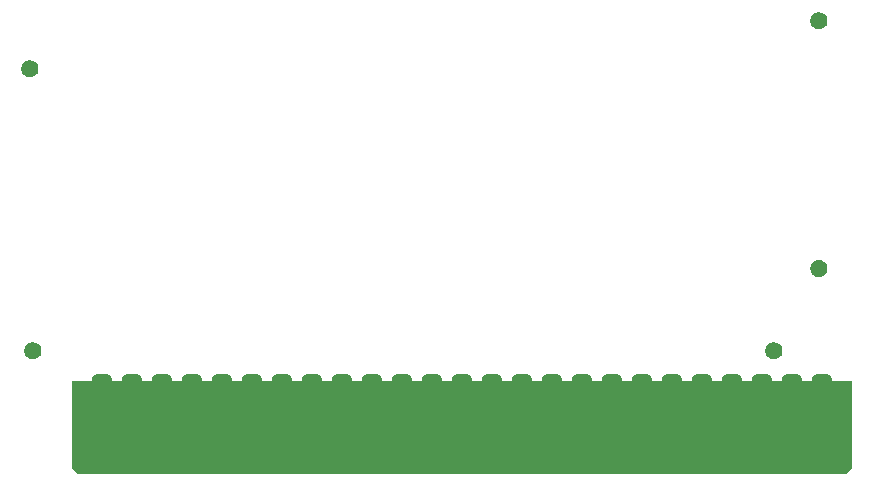
<source format=gbs>
G04 #@! TF.GenerationSoftware,KiCad,Pcbnew,(5.1.5-0-10_14)*
G04 #@! TF.CreationDate,2021-02-24T21:24:28-05:00*
G04 #@! TF.ProjectId,RAM128,52414d31-3238-42e6-9b69-6361645f7063,rev?*
G04 #@! TF.SameCoordinates,Original*
G04 #@! TF.FileFunction,Soldermask,Bot*
G04 #@! TF.FilePolarity,Negative*
%FSLAX46Y46*%
G04 Gerber Fmt 4.6, Leading zero omitted, Abs format (unit mm)*
G04 Created by KiCad (PCBNEW (5.1.5-0-10_14)) date 2021-02-24 21:24:28*
%MOMM*%
%LPD*%
G04 APERTURE LIST*
%ADD10C,0.100000*%
G04 APERTURE END LIST*
D10*
G36*
X139700000Y-139446000D02*
G01*
X139192000Y-139954000D01*
X74168000Y-139954000D01*
X73660000Y-139446000D01*
X73660000Y-132080000D01*
X139700000Y-132080000D01*
X139700000Y-139446000D01*
G37*
G36*
X137686355Y-131543544D02*
G01*
X137758967Y-131565570D01*
X137825881Y-131601336D01*
X137884531Y-131649469D01*
X137932664Y-131708119D01*
X137968430Y-131775033D01*
X137990456Y-131847645D01*
X137998200Y-131926267D01*
X137998200Y-138637733D01*
X137990456Y-138716355D01*
X137968430Y-138788967D01*
X137932664Y-138855881D01*
X137884531Y-138914531D01*
X137825881Y-138962664D01*
X137758967Y-138998430D01*
X137686355Y-139020456D01*
X137607733Y-139028200D01*
X136712267Y-139028200D01*
X136633645Y-139020456D01*
X136561033Y-138998430D01*
X136494119Y-138962664D01*
X136435469Y-138914531D01*
X136387336Y-138855881D01*
X136351570Y-138788967D01*
X136329544Y-138716355D01*
X136321800Y-138637733D01*
X136321800Y-131926267D01*
X136329544Y-131847645D01*
X136351570Y-131775033D01*
X136387336Y-131708119D01*
X136435469Y-131649469D01*
X136494119Y-131601336D01*
X136561033Y-131565570D01*
X136633645Y-131543544D01*
X136712267Y-131535800D01*
X137607733Y-131535800D01*
X137686355Y-131543544D01*
G37*
G36*
X135146355Y-131543544D02*
G01*
X135218967Y-131565570D01*
X135285881Y-131601336D01*
X135344531Y-131649469D01*
X135392664Y-131708119D01*
X135428430Y-131775033D01*
X135450456Y-131847645D01*
X135458200Y-131926267D01*
X135458200Y-138637733D01*
X135450456Y-138716355D01*
X135428430Y-138788967D01*
X135392664Y-138855881D01*
X135344531Y-138914531D01*
X135285881Y-138962664D01*
X135218967Y-138998430D01*
X135146355Y-139020456D01*
X135067733Y-139028200D01*
X134172267Y-139028200D01*
X134093645Y-139020456D01*
X134021033Y-138998430D01*
X133954119Y-138962664D01*
X133895469Y-138914531D01*
X133847336Y-138855881D01*
X133811570Y-138788967D01*
X133789544Y-138716355D01*
X133781800Y-138637733D01*
X133781800Y-131926267D01*
X133789544Y-131847645D01*
X133811570Y-131775033D01*
X133847336Y-131708119D01*
X133895469Y-131649469D01*
X133954119Y-131601336D01*
X134021033Y-131565570D01*
X134093645Y-131543544D01*
X134172267Y-131535800D01*
X135067733Y-131535800D01*
X135146355Y-131543544D01*
G37*
G36*
X132606355Y-131543544D02*
G01*
X132678967Y-131565570D01*
X132745881Y-131601336D01*
X132804531Y-131649469D01*
X132852664Y-131708119D01*
X132888430Y-131775033D01*
X132910456Y-131847645D01*
X132918200Y-131926267D01*
X132918200Y-138637733D01*
X132910456Y-138716355D01*
X132888430Y-138788967D01*
X132852664Y-138855881D01*
X132804531Y-138914531D01*
X132745881Y-138962664D01*
X132678967Y-138998430D01*
X132606355Y-139020456D01*
X132527733Y-139028200D01*
X131632267Y-139028200D01*
X131553645Y-139020456D01*
X131481033Y-138998430D01*
X131414119Y-138962664D01*
X131355469Y-138914531D01*
X131307336Y-138855881D01*
X131271570Y-138788967D01*
X131249544Y-138716355D01*
X131241800Y-138637733D01*
X131241800Y-131926267D01*
X131249544Y-131847645D01*
X131271570Y-131775033D01*
X131307336Y-131708119D01*
X131355469Y-131649469D01*
X131414119Y-131601336D01*
X131481033Y-131565570D01*
X131553645Y-131543544D01*
X131632267Y-131535800D01*
X132527733Y-131535800D01*
X132606355Y-131543544D01*
G37*
G36*
X130066355Y-131543544D02*
G01*
X130138967Y-131565570D01*
X130205881Y-131601336D01*
X130264531Y-131649469D01*
X130312664Y-131708119D01*
X130348430Y-131775033D01*
X130370456Y-131847645D01*
X130378200Y-131926267D01*
X130378200Y-138637733D01*
X130370456Y-138716355D01*
X130348430Y-138788967D01*
X130312664Y-138855881D01*
X130264531Y-138914531D01*
X130205881Y-138962664D01*
X130138967Y-138998430D01*
X130066355Y-139020456D01*
X129987733Y-139028200D01*
X129092267Y-139028200D01*
X129013645Y-139020456D01*
X128941033Y-138998430D01*
X128874119Y-138962664D01*
X128815469Y-138914531D01*
X128767336Y-138855881D01*
X128731570Y-138788967D01*
X128709544Y-138716355D01*
X128701800Y-138637733D01*
X128701800Y-131926267D01*
X128709544Y-131847645D01*
X128731570Y-131775033D01*
X128767336Y-131708119D01*
X128815469Y-131649469D01*
X128874119Y-131601336D01*
X128941033Y-131565570D01*
X129013645Y-131543544D01*
X129092267Y-131535800D01*
X129987733Y-131535800D01*
X130066355Y-131543544D01*
G37*
G36*
X127526355Y-131543544D02*
G01*
X127598967Y-131565570D01*
X127665881Y-131601336D01*
X127724531Y-131649469D01*
X127772664Y-131708119D01*
X127808430Y-131775033D01*
X127830456Y-131847645D01*
X127838200Y-131926267D01*
X127838200Y-138637733D01*
X127830456Y-138716355D01*
X127808430Y-138788967D01*
X127772664Y-138855881D01*
X127724531Y-138914531D01*
X127665881Y-138962664D01*
X127598967Y-138998430D01*
X127526355Y-139020456D01*
X127447733Y-139028200D01*
X126552267Y-139028200D01*
X126473645Y-139020456D01*
X126401033Y-138998430D01*
X126334119Y-138962664D01*
X126275469Y-138914531D01*
X126227336Y-138855881D01*
X126191570Y-138788967D01*
X126169544Y-138716355D01*
X126161800Y-138637733D01*
X126161800Y-131926267D01*
X126169544Y-131847645D01*
X126191570Y-131775033D01*
X126227336Y-131708119D01*
X126275469Y-131649469D01*
X126334119Y-131601336D01*
X126401033Y-131565570D01*
X126473645Y-131543544D01*
X126552267Y-131535800D01*
X127447733Y-131535800D01*
X127526355Y-131543544D01*
G37*
G36*
X124986355Y-131543544D02*
G01*
X125058967Y-131565570D01*
X125125881Y-131601336D01*
X125184531Y-131649469D01*
X125232664Y-131708119D01*
X125268430Y-131775033D01*
X125290456Y-131847645D01*
X125298200Y-131926267D01*
X125298200Y-138637733D01*
X125290456Y-138716355D01*
X125268430Y-138788967D01*
X125232664Y-138855881D01*
X125184531Y-138914531D01*
X125125881Y-138962664D01*
X125058967Y-138998430D01*
X124986355Y-139020456D01*
X124907733Y-139028200D01*
X124012267Y-139028200D01*
X123933645Y-139020456D01*
X123861033Y-138998430D01*
X123794119Y-138962664D01*
X123735469Y-138914531D01*
X123687336Y-138855881D01*
X123651570Y-138788967D01*
X123629544Y-138716355D01*
X123621800Y-138637733D01*
X123621800Y-131926267D01*
X123629544Y-131847645D01*
X123651570Y-131775033D01*
X123687336Y-131708119D01*
X123735469Y-131649469D01*
X123794119Y-131601336D01*
X123861033Y-131565570D01*
X123933645Y-131543544D01*
X124012267Y-131535800D01*
X124907733Y-131535800D01*
X124986355Y-131543544D01*
G37*
G36*
X122446355Y-131543544D02*
G01*
X122518967Y-131565570D01*
X122585881Y-131601336D01*
X122644531Y-131649469D01*
X122692664Y-131708119D01*
X122728430Y-131775033D01*
X122750456Y-131847645D01*
X122758200Y-131926267D01*
X122758200Y-138637733D01*
X122750456Y-138716355D01*
X122728430Y-138788967D01*
X122692664Y-138855881D01*
X122644531Y-138914531D01*
X122585881Y-138962664D01*
X122518967Y-138998430D01*
X122446355Y-139020456D01*
X122367733Y-139028200D01*
X121472267Y-139028200D01*
X121393645Y-139020456D01*
X121321033Y-138998430D01*
X121254119Y-138962664D01*
X121195469Y-138914531D01*
X121147336Y-138855881D01*
X121111570Y-138788967D01*
X121089544Y-138716355D01*
X121081800Y-138637733D01*
X121081800Y-131926267D01*
X121089544Y-131847645D01*
X121111570Y-131775033D01*
X121147336Y-131708119D01*
X121195469Y-131649469D01*
X121254119Y-131601336D01*
X121321033Y-131565570D01*
X121393645Y-131543544D01*
X121472267Y-131535800D01*
X122367733Y-131535800D01*
X122446355Y-131543544D01*
G37*
G36*
X119906355Y-131543544D02*
G01*
X119978967Y-131565570D01*
X120045881Y-131601336D01*
X120104531Y-131649469D01*
X120152664Y-131708119D01*
X120188430Y-131775033D01*
X120210456Y-131847645D01*
X120218200Y-131926267D01*
X120218200Y-138637733D01*
X120210456Y-138716355D01*
X120188430Y-138788967D01*
X120152664Y-138855881D01*
X120104531Y-138914531D01*
X120045881Y-138962664D01*
X119978967Y-138998430D01*
X119906355Y-139020456D01*
X119827733Y-139028200D01*
X118932267Y-139028200D01*
X118853645Y-139020456D01*
X118781033Y-138998430D01*
X118714119Y-138962664D01*
X118655469Y-138914531D01*
X118607336Y-138855881D01*
X118571570Y-138788967D01*
X118549544Y-138716355D01*
X118541800Y-138637733D01*
X118541800Y-131926267D01*
X118549544Y-131847645D01*
X118571570Y-131775033D01*
X118607336Y-131708119D01*
X118655469Y-131649469D01*
X118714119Y-131601336D01*
X118781033Y-131565570D01*
X118853645Y-131543544D01*
X118932267Y-131535800D01*
X119827733Y-131535800D01*
X119906355Y-131543544D01*
G37*
G36*
X117366355Y-131543544D02*
G01*
X117438967Y-131565570D01*
X117505881Y-131601336D01*
X117564531Y-131649469D01*
X117612664Y-131708119D01*
X117648430Y-131775033D01*
X117670456Y-131847645D01*
X117678200Y-131926267D01*
X117678200Y-138637733D01*
X117670456Y-138716355D01*
X117648430Y-138788967D01*
X117612664Y-138855881D01*
X117564531Y-138914531D01*
X117505881Y-138962664D01*
X117438967Y-138998430D01*
X117366355Y-139020456D01*
X117287733Y-139028200D01*
X116392267Y-139028200D01*
X116313645Y-139020456D01*
X116241033Y-138998430D01*
X116174119Y-138962664D01*
X116115469Y-138914531D01*
X116067336Y-138855881D01*
X116031570Y-138788967D01*
X116009544Y-138716355D01*
X116001800Y-138637733D01*
X116001800Y-131926267D01*
X116009544Y-131847645D01*
X116031570Y-131775033D01*
X116067336Y-131708119D01*
X116115469Y-131649469D01*
X116174119Y-131601336D01*
X116241033Y-131565570D01*
X116313645Y-131543544D01*
X116392267Y-131535800D01*
X117287733Y-131535800D01*
X117366355Y-131543544D01*
G37*
G36*
X114826355Y-131543544D02*
G01*
X114898967Y-131565570D01*
X114965881Y-131601336D01*
X115024531Y-131649469D01*
X115072664Y-131708119D01*
X115108430Y-131775033D01*
X115130456Y-131847645D01*
X115138200Y-131926267D01*
X115138200Y-138637733D01*
X115130456Y-138716355D01*
X115108430Y-138788967D01*
X115072664Y-138855881D01*
X115024531Y-138914531D01*
X114965881Y-138962664D01*
X114898967Y-138998430D01*
X114826355Y-139020456D01*
X114747733Y-139028200D01*
X113852267Y-139028200D01*
X113773645Y-139020456D01*
X113701033Y-138998430D01*
X113634119Y-138962664D01*
X113575469Y-138914531D01*
X113527336Y-138855881D01*
X113491570Y-138788967D01*
X113469544Y-138716355D01*
X113461800Y-138637733D01*
X113461800Y-131926267D01*
X113469544Y-131847645D01*
X113491570Y-131775033D01*
X113527336Y-131708119D01*
X113575469Y-131649469D01*
X113634119Y-131601336D01*
X113701033Y-131565570D01*
X113773645Y-131543544D01*
X113852267Y-131535800D01*
X114747733Y-131535800D01*
X114826355Y-131543544D01*
G37*
G36*
X112286355Y-131543544D02*
G01*
X112358967Y-131565570D01*
X112425881Y-131601336D01*
X112484531Y-131649469D01*
X112532664Y-131708119D01*
X112568430Y-131775033D01*
X112590456Y-131847645D01*
X112598200Y-131926267D01*
X112598200Y-138637733D01*
X112590456Y-138716355D01*
X112568430Y-138788967D01*
X112532664Y-138855881D01*
X112484531Y-138914531D01*
X112425881Y-138962664D01*
X112358967Y-138998430D01*
X112286355Y-139020456D01*
X112207733Y-139028200D01*
X111312267Y-139028200D01*
X111233645Y-139020456D01*
X111161033Y-138998430D01*
X111094119Y-138962664D01*
X111035469Y-138914531D01*
X110987336Y-138855881D01*
X110951570Y-138788967D01*
X110929544Y-138716355D01*
X110921800Y-138637733D01*
X110921800Y-131926267D01*
X110929544Y-131847645D01*
X110951570Y-131775033D01*
X110987336Y-131708119D01*
X111035469Y-131649469D01*
X111094119Y-131601336D01*
X111161033Y-131565570D01*
X111233645Y-131543544D01*
X111312267Y-131535800D01*
X112207733Y-131535800D01*
X112286355Y-131543544D01*
G37*
G36*
X109746355Y-131543544D02*
G01*
X109818967Y-131565570D01*
X109885881Y-131601336D01*
X109944531Y-131649469D01*
X109992664Y-131708119D01*
X110028430Y-131775033D01*
X110050456Y-131847645D01*
X110058200Y-131926267D01*
X110058200Y-138637733D01*
X110050456Y-138716355D01*
X110028430Y-138788967D01*
X109992664Y-138855881D01*
X109944531Y-138914531D01*
X109885881Y-138962664D01*
X109818967Y-138998430D01*
X109746355Y-139020456D01*
X109667733Y-139028200D01*
X108772267Y-139028200D01*
X108693645Y-139020456D01*
X108621033Y-138998430D01*
X108554119Y-138962664D01*
X108495469Y-138914531D01*
X108447336Y-138855881D01*
X108411570Y-138788967D01*
X108389544Y-138716355D01*
X108381800Y-138637733D01*
X108381800Y-131926267D01*
X108389544Y-131847645D01*
X108411570Y-131775033D01*
X108447336Y-131708119D01*
X108495469Y-131649469D01*
X108554119Y-131601336D01*
X108621033Y-131565570D01*
X108693645Y-131543544D01*
X108772267Y-131535800D01*
X109667733Y-131535800D01*
X109746355Y-131543544D01*
G37*
G36*
X107206355Y-131543544D02*
G01*
X107278967Y-131565570D01*
X107345881Y-131601336D01*
X107404531Y-131649469D01*
X107452664Y-131708119D01*
X107488430Y-131775033D01*
X107510456Y-131847645D01*
X107518200Y-131926267D01*
X107518200Y-138637733D01*
X107510456Y-138716355D01*
X107488430Y-138788967D01*
X107452664Y-138855881D01*
X107404531Y-138914531D01*
X107345881Y-138962664D01*
X107278967Y-138998430D01*
X107206355Y-139020456D01*
X107127733Y-139028200D01*
X106232267Y-139028200D01*
X106153645Y-139020456D01*
X106081033Y-138998430D01*
X106014119Y-138962664D01*
X105955469Y-138914531D01*
X105907336Y-138855881D01*
X105871570Y-138788967D01*
X105849544Y-138716355D01*
X105841800Y-138637733D01*
X105841800Y-131926267D01*
X105849544Y-131847645D01*
X105871570Y-131775033D01*
X105907336Y-131708119D01*
X105955469Y-131649469D01*
X106014119Y-131601336D01*
X106081033Y-131565570D01*
X106153645Y-131543544D01*
X106232267Y-131535800D01*
X107127733Y-131535800D01*
X107206355Y-131543544D01*
G37*
G36*
X104666355Y-131543544D02*
G01*
X104738967Y-131565570D01*
X104805881Y-131601336D01*
X104864531Y-131649469D01*
X104912664Y-131708119D01*
X104948430Y-131775033D01*
X104970456Y-131847645D01*
X104978200Y-131926267D01*
X104978200Y-138637733D01*
X104970456Y-138716355D01*
X104948430Y-138788967D01*
X104912664Y-138855881D01*
X104864531Y-138914531D01*
X104805881Y-138962664D01*
X104738967Y-138998430D01*
X104666355Y-139020456D01*
X104587733Y-139028200D01*
X103692267Y-139028200D01*
X103613645Y-139020456D01*
X103541033Y-138998430D01*
X103474119Y-138962664D01*
X103415469Y-138914531D01*
X103367336Y-138855881D01*
X103331570Y-138788967D01*
X103309544Y-138716355D01*
X103301800Y-138637733D01*
X103301800Y-131926267D01*
X103309544Y-131847645D01*
X103331570Y-131775033D01*
X103367336Y-131708119D01*
X103415469Y-131649469D01*
X103474119Y-131601336D01*
X103541033Y-131565570D01*
X103613645Y-131543544D01*
X103692267Y-131535800D01*
X104587733Y-131535800D01*
X104666355Y-131543544D01*
G37*
G36*
X102126355Y-131543544D02*
G01*
X102198967Y-131565570D01*
X102265881Y-131601336D01*
X102324531Y-131649469D01*
X102372664Y-131708119D01*
X102408430Y-131775033D01*
X102430456Y-131847645D01*
X102438200Y-131926267D01*
X102438200Y-138637733D01*
X102430456Y-138716355D01*
X102408430Y-138788967D01*
X102372664Y-138855881D01*
X102324531Y-138914531D01*
X102265881Y-138962664D01*
X102198967Y-138998430D01*
X102126355Y-139020456D01*
X102047733Y-139028200D01*
X101152267Y-139028200D01*
X101073645Y-139020456D01*
X101001033Y-138998430D01*
X100934119Y-138962664D01*
X100875469Y-138914531D01*
X100827336Y-138855881D01*
X100791570Y-138788967D01*
X100769544Y-138716355D01*
X100761800Y-138637733D01*
X100761800Y-131926267D01*
X100769544Y-131847645D01*
X100791570Y-131775033D01*
X100827336Y-131708119D01*
X100875469Y-131649469D01*
X100934119Y-131601336D01*
X101001033Y-131565570D01*
X101073645Y-131543544D01*
X101152267Y-131535800D01*
X102047733Y-131535800D01*
X102126355Y-131543544D01*
G37*
G36*
X99586355Y-131543544D02*
G01*
X99658967Y-131565570D01*
X99725881Y-131601336D01*
X99784531Y-131649469D01*
X99832664Y-131708119D01*
X99868430Y-131775033D01*
X99890456Y-131847645D01*
X99898200Y-131926267D01*
X99898200Y-138637733D01*
X99890456Y-138716355D01*
X99868430Y-138788967D01*
X99832664Y-138855881D01*
X99784531Y-138914531D01*
X99725881Y-138962664D01*
X99658967Y-138998430D01*
X99586355Y-139020456D01*
X99507733Y-139028200D01*
X98612267Y-139028200D01*
X98533645Y-139020456D01*
X98461033Y-138998430D01*
X98394119Y-138962664D01*
X98335469Y-138914531D01*
X98287336Y-138855881D01*
X98251570Y-138788967D01*
X98229544Y-138716355D01*
X98221800Y-138637733D01*
X98221800Y-131926267D01*
X98229544Y-131847645D01*
X98251570Y-131775033D01*
X98287336Y-131708119D01*
X98335469Y-131649469D01*
X98394119Y-131601336D01*
X98461033Y-131565570D01*
X98533645Y-131543544D01*
X98612267Y-131535800D01*
X99507733Y-131535800D01*
X99586355Y-131543544D01*
G37*
G36*
X97046355Y-131543544D02*
G01*
X97118967Y-131565570D01*
X97185881Y-131601336D01*
X97244531Y-131649469D01*
X97292664Y-131708119D01*
X97328430Y-131775033D01*
X97350456Y-131847645D01*
X97358200Y-131926267D01*
X97358200Y-138637733D01*
X97350456Y-138716355D01*
X97328430Y-138788967D01*
X97292664Y-138855881D01*
X97244531Y-138914531D01*
X97185881Y-138962664D01*
X97118967Y-138998430D01*
X97046355Y-139020456D01*
X96967733Y-139028200D01*
X96072267Y-139028200D01*
X95993645Y-139020456D01*
X95921033Y-138998430D01*
X95854119Y-138962664D01*
X95795469Y-138914531D01*
X95747336Y-138855881D01*
X95711570Y-138788967D01*
X95689544Y-138716355D01*
X95681800Y-138637733D01*
X95681800Y-131926267D01*
X95689544Y-131847645D01*
X95711570Y-131775033D01*
X95747336Y-131708119D01*
X95795469Y-131649469D01*
X95854119Y-131601336D01*
X95921033Y-131565570D01*
X95993645Y-131543544D01*
X96072267Y-131535800D01*
X96967733Y-131535800D01*
X97046355Y-131543544D01*
G37*
G36*
X94506355Y-131543544D02*
G01*
X94578967Y-131565570D01*
X94645881Y-131601336D01*
X94704531Y-131649469D01*
X94752664Y-131708119D01*
X94788430Y-131775033D01*
X94810456Y-131847645D01*
X94818200Y-131926267D01*
X94818200Y-138637733D01*
X94810456Y-138716355D01*
X94788430Y-138788967D01*
X94752664Y-138855881D01*
X94704531Y-138914531D01*
X94645881Y-138962664D01*
X94578967Y-138998430D01*
X94506355Y-139020456D01*
X94427733Y-139028200D01*
X93532267Y-139028200D01*
X93453645Y-139020456D01*
X93381033Y-138998430D01*
X93314119Y-138962664D01*
X93255469Y-138914531D01*
X93207336Y-138855881D01*
X93171570Y-138788967D01*
X93149544Y-138716355D01*
X93141800Y-138637733D01*
X93141800Y-131926267D01*
X93149544Y-131847645D01*
X93171570Y-131775033D01*
X93207336Y-131708119D01*
X93255469Y-131649469D01*
X93314119Y-131601336D01*
X93381033Y-131565570D01*
X93453645Y-131543544D01*
X93532267Y-131535800D01*
X94427733Y-131535800D01*
X94506355Y-131543544D01*
G37*
G36*
X91966355Y-131543544D02*
G01*
X92038967Y-131565570D01*
X92105881Y-131601336D01*
X92164531Y-131649469D01*
X92212664Y-131708119D01*
X92248430Y-131775033D01*
X92270456Y-131847645D01*
X92278200Y-131926267D01*
X92278200Y-138637733D01*
X92270456Y-138716355D01*
X92248430Y-138788967D01*
X92212664Y-138855881D01*
X92164531Y-138914531D01*
X92105881Y-138962664D01*
X92038967Y-138998430D01*
X91966355Y-139020456D01*
X91887733Y-139028200D01*
X90992267Y-139028200D01*
X90913645Y-139020456D01*
X90841033Y-138998430D01*
X90774119Y-138962664D01*
X90715469Y-138914531D01*
X90667336Y-138855881D01*
X90631570Y-138788967D01*
X90609544Y-138716355D01*
X90601800Y-138637733D01*
X90601800Y-131926267D01*
X90609544Y-131847645D01*
X90631570Y-131775033D01*
X90667336Y-131708119D01*
X90715469Y-131649469D01*
X90774119Y-131601336D01*
X90841033Y-131565570D01*
X90913645Y-131543544D01*
X90992267Y-131535800D01*
X91887733Y-131535800D01*
X91966355Y-131543544D01*
G37*
G36*
X89426355Y-131543544D02*
G01*
X89498967Y-131565570D01*
X89565881Y-131601336D01*
X89624531Y-131649469D01*
X89672664Y-131708119D01*
X89708430Y-131775033D01*
X89730456Y-131847645D01*
X89738200Y-131926267D01*
X89738200Y-138637733D01*
X89730456Y-138716355D01*
X89708430Y-138788967D01*
X89672664Y-138855881D01*
X89624531Y-138914531D01*
X89565881Y-138962664D01*
X89498967Y-138998430D01*
X89426355Y-139020456D01*
X89347733Y-139028200D01*
X88452267Y-139028200D01*
X88373645Y-139020456D01*
X88301033Y-138998430D01*
X88234119Y-138962664D01*
X88175469Y-138914531D01*
X88127336Y-138855881D01*
X88091570Y-138788967D01*
X88069544Y-138716355D01*
X88061800Y-138637733D01*
X88061800Y-131926267D01*
X88069544Y-131847645D01*
X88091570Y-131775033D01*
X88127336Y-131708119D01*
X88175469Y-131649469D01*
X88234119Y-131601336D01*
X88301033Y-131565570D01*
X88373645Y-131543544D01*
X88452267Y-131535800D01*
X89347733Y-131535800D01*
X89426355Y-131543544D01*
G37*
G36*
X86886355Y-131543544D02*
G01*
X86958967Y-131565570D01*
X87025881Y-131601336D01*
X87084531Y-131649469D01*
X87132664Y-131708119D01*
X87168430Y-131775033D01*
X87190456Y-131847645D01*
X87198200Y-131926267D01*
X87198200Y-138637733D01*
X87190456Y-138716355D01*
X87168430Y-138788967D01*
X87132664Y-138855881D01*
X87084531Y-138914531D01*
X87025881Y-138962664D01*
X86958967Y-138998430D01*
X86886355Y-139020456D01*
X86807733Y-139028200D01*
X85912267Y-139028200D01*
X85833645Y-139020456D01*
X85761033Y-138998430D01*
X85694119Y-138962664D01*
X85635469Y-138914531D01*
X85587336Y-138855881D01*
X85551570Y-138788967D01*
X85529544Y-138716355D01*
X85521800Y-138637733D01*
X85521800Y-131926267D01*
X85529544Y-131847645D01*
X85551570Y-131775033D01*
X85587336Y-131708119D01*
X85635469Y-131649469D01*
X85694119Y-131601336D01*
X85761033Y-131565570D01*
X85833645Y-131543544D01*
X85912267Y-131535800D01*
X86807733Y-131535800D01*
X86886355Y-131543544D01*
G37*
G36*
X84346355Y-131543544D02*
G01*
X84418967Y-131565570D01*
X84485881Y-131601336D01*
X84544531Y-131649469D01*
X84592664Y-131708119D01*
X84628430Y-131775033D01*
X84650456Y-131847645D01*
X84658200Y-131926267D01*
X84658200Y-138637733D01*
X84650456Y-138716355D01*
X84628430Y-138788967D01*
X84592664Y-138855881D01*
X84544531Y-138914531D01*
X84485881Y-138962664D01*
X84418967Y-138998430D01*
X84346355Y-139020456D01*
X84267733Y-139028200D01*
X83372267Y-139028200D01*
X83293645Y-139020456D01*
X83221033Y-138998430D01*
X83154119Y-138962664D01*
X83095469Y-138914531D01*
X83047336Y-138855881D01*
X83011570Y-138788967D01*
X82989544Y-138716355D01*
X82981800Y-138637733D01*
X82981800Y-131926267D01*
X82989544Y-131847645D01*
X83011570Y-131775033D01*
X83047336Y-131708119D01*
X83095469Y-131649469D01*
X83154119Y-131601336D01*
X83221033Y-131565570D01*
X83293645Y-131543544D01*
X83372267Y-131535800D01*
X84267733Y-131535800D01*
X84346355Y-131543544D01*
G37*
G36*
X81806355Y-131543544D02*
G01*
X81878967Y-131565570D01*
X81945881Y-131601336D01*
X82004531Y-131649469D01*
X82052664Y-131708119D01*
X82088430Y-131775033D01*
X82110456Y-131847645D01*
X82118200Y-131926267D01*
X82118200Y-138637733D01*
X82110456Y-138716355D01*
X82088430Y-138788967D01*
X82052664Y-138855881D01*
X82004531Y-138914531D01*
X81945881Y-138962664D01*
X81878967Y-138998430D01*
X81806355Y-139020456D01*
X81727733Y-139028200D01*
X80832267Y-139028200D01*
X80753645Y-139020456D01*
X80681033Y-138998430D01*
X80614119Y-138962664D01*
X80555469Y-138914531D01*
X80507336Y-138855881D01*
X80471570Y-138788967D01*
X80449544Y-138716355D01*
X80441800Y-138637733D01*
X80441800Y-131926267D01*
X80449544Y-131847645D01*
X80471570Y-131775033D01*
X80507336Y-131708119D01*
X80555469Y-131649469D01*
X80614119Y-131601336D01*
X80681033Y-131565570D01*
X80753645Y-131543544D01*
X80832267Y-131535800D01*
X81727733Y-131535800D01*
X81806355Y-131543544D01*
G37*
G36*
X79266355Y-131543544D02*
G01*
X79338967Y-131565570D01*
X79405881Y-131601336D01*
X79464531Y-131649469D01*
X79512664Y-131708119D01*
X79548430Y-131775033D01*
X79570456Y-131847645D01*
X79578200Y-131926267D01*
X79578200Y-138637733D01*
X79570456Y-138716355D01*
X79548430Y-138788967D01*
X79512664Y-138855881D01*
X79464531Y-138914531D01*
X79405881Y-138962664D01*
X79338967Y-138998430D01*
X79266355Y-139020456D01*
X79187733Y-139028200D01*
X78292267Y-139028200D01*
X78213645Y-139020456D01*
X78141033Y-138998430D01*
X78074119Y-138962664D01*
X78015469Y-138914531D01*
X77967336Y-138855881D01*
X77931570Y-138788967D01*
X77909544Y-138716355D01*
X77901800Y-138637733D01*
X77901800Y-131926267D01*
X77909544Y-131847645D01*
X77931570Y-131775033D01*
X77967336Y-131708119D01*
X78015469Y-131649469D01*
X78074119Y-131601336D01*
X78141033Y-131565570D01*
X78213645Y-131543544D01*
X78292267Y-131535800D01*
X79187733Y-131535800D01*
X79266355Y-131543544D01*
G37*
G36*
X76726355Y-131543544D02*
G01*
X76798967Y-131565570D01*
X76865881Y-131601336D01*
X76924531Y-131649469D01*
X76972664Y-131708119D01*
X77008430Y-131775033D01*
X77030456Y-131847645D01*
X77038200Y-131926267D01*
X77038200Y-138637733D01*
X77030456Y-138716355D01*
X77008430Y-138788967D01*
X76972664Y-138855881D01*
X76924531Y-138914531D01*
X76865881Y-138962664D01*
X76798967Y-138998430D01*
X76726355Y-139020456D01*
X76647733Y-139028200D01*
X75752267Y-139028200D01*
X75673645Y-139020456D01*
X75601033Y-138998430D01*
X75534119Y-138962664D01*
X75475469Y-138914531D01*
X75427336Y-138855881D01*
X75391570Y-138788967D01*
X75369544Y-138716355D01*
X75361800Y-138637733D01*
X75361800Y-131926267D01*
X75369544Y-131847645D01*
X75391570Y-131775033D01*
X75427336Y-131708119D01*
X75475469Y-131649469D01*
X75534119Y-131601336D01*
X75601033Y-131565570D01*
X75673645Y-131543544D01*
X75752267Y-131535800D01*
X76647733Y-131535800D01*
X76726355Y-131543544D01*
G37*
G36*
X133213933Y-128825274D02*
G01*
X133307185Y-128843823D01*
X133438939Y-128898398D01*
X133438940Y-128898399D01*
X133438943Y-128898400D01*
X133557523Y-128977633D01*
X133658367Y-129078477D01*
X133737600Y-129197057D01*
X133737601Y-129197060D01*
X133737602Y-129197061D01*
X133792177Y-129328815D01*
X133820000Y-129468693D01*
X133820000Y-129611307D01*
X133792177Y-129751185D01*
X133737602Y-129882939D01*
X133737600Y-129882943D01*
X133658367Y-130001523D01*
X133557523Y-130102367D01*
X133438943Y-130181600D01*
X133438940Y-130181601D01*
X133438939Y-130181602D01*
X133307185Y-130236177D01*
X133213933Y-130254726D01*
X133167308Y-130264000D01*
X133024692Y-130264000D01*
X132978067Y-130254726D01*
X132884815Y-130236177D01*
X132753061Y-130181602D01*
X132753060Y-130181601D01*
X132753057Y-130181600D01*
X132634477Y-130102367D01*
X132533633Y-130001523D01*
X132454400Y-129882943D01*
X132454398Y-129882939D01*
X132399823Y-129751185D01*
X132372000Y-129611307D01*
X132372000Y-129468693D01*
X132399823Y-129328815D01*
X132454398Y-129197061D01*
X132454399Y-129197060D01*
X132454400Y-129197057D01*
X132533633Y-129078477D01*
X132634477Y-128977633D01*
X132753057Y-128898400D01*
X132753060Y-128898399D01*
X132753061Y-128898398D01*
X132884815Y-128843823D01*
X132978067Y-128825274D01*
X133024692Y-128816000D01*
X133167308Y-128816000D01*
X133213933Y-128825274D01*
G37*
G36*
X70475933Y-128825274D02*
G01*
X70569185Y-128843823D01*
X70700939Y-128898398D01*
X70700940Y-128898399D01*
X70700943Y-128898400D01*
X70819523Y-128977633D01*
X70920367Y-129078477D01*
X70999600Y-129197057D01*
X70999601Y-129197060D01*
X70999602Y-129197061D01*
X71054177Y-129328815D01*
X71082000Y-129468693D01*
X71082000Y-129611307D01*
X71054177Y-129751185D01*
X70999602Y-129882939D01*
X70999600Y-129882943D01*
X70920367Y-130001523D01*
X70819523Y-130102367D01*
X70700943Y-130181600D01*
X70700940Y-130181601D01*
X70700939Y-130181602D01*
X70569185Y-130236177D01*
X70475933Y-130254726D01*
X70429308Y-130264000D01*
X70286692Y-130264000D01*
X70240067Y-130254726D01*
X70146815Y-130236177D01*
X70015061Y-130181602D01*
X70015060Y-130181601D01*
X70015057Y-130181600D01*
X69896477Y-130102367D01*
X69795633Y-130001523D01*
X69716400Y-129882943D01*
X69716398Y-129882939D01*
X69661823Y-129751185D01*
X69634000Y-129611307D01*
X69634000Y-129468693D01*
X69661823Y-129328815D01*
X69716398Y-129197061D01*
X69716399Y-129197060D01*
X69716400Y-129197057D01*
X69795633Y-129078477D01*
X69896477Y-128977633D01*
X70015057Y-128898400D01*
X70015060Y-128898399D01*
X70015061Y-128898398D01*
X70146815Y-128843823D01*
X70240067Y-128825274D01*
X70286692Y-128816000D01*
X70429308Y-128816000D01*
X70475933Y-128825274D01*
G37*
G36*
X137023933Y-121840274D02*
G01*
X137117185Y-121858823D01*
X137248939Y-121913398D01*
X137248940Y-121913399D01*
X137248943Y-121913400D01*
X137367523Y-121992633D01*
X137468367Y-122093477D01*
X137547600Y-122212057D01*
X137547601Y-122212060D01*
X137547602Y-122212061D01*
X137602177Y-122343815D01*
X137630000Y-122483693D01*
X137630000Y-122626307D01*
X137602177Y-122766185D01*
X137547602Y-122897939D01*
X137547600Y-122897943D01*
X137468367Y-123016523D01*
X137367523Y-123117367D01*
X137248943Y-123196600D01*
X137248940Y-123196601D01*
X137248939Y-123196602D01*
X137117185Y-123251177D01*
X137023933Y-123269726D01*
X136977308Y-123279000D01*
X136834692Y-123279000D01*
X136788067Y-123269726D01*
X136694815Y-123251177D01*
X136563061Y-123196602D01*
X136563060Y-123196601D01*
X136563057Y-123196600D01*
X136444477Y-123117367D01*
X136343633Y-123016523D01*
X136264400Y-122897943D01*
X136264398Y-122897939D01*
X136209823Y-122766185D01*
X136182000Y-122626307D01*
X136182000Y-122483693D01*
X136209823Y-122343815D01*
X136264398Y-122212061D01*
X136264399Y-122212060D01*
X136264400Y-122212057D01*
X136343633Y-122093477D01*
X136444477Y-121992633D01*
X136563057Y-121913400D01*
X136563060Y-121913399D01*
X136563061Y-121913398D01*
X136694815Y-121858823D01*
X136788067Y-121840274D01*
X136834692Y-121831000D01*
X136977308Y-121831000D01*
X137023933Y-121840274D01*
G37*
G36*
X70221933Y-104949274D02*
G01*
X70315185Y-104967823D01*
X70446939Y-105022398D01*
X70446940Y-105022399D01*
X70446943Y-105022400D01*
X70565523Y-105101633D01*
X70666367Y-105202477D01*
X70745600Y-105321057D01*
X70745601Y-105321060D01*
X70745602Y-105321061D01*
X70800177Y-105452815D01*
X70828000Y-105592693D01*
X70828000Y-105735307D01*
X70800177Y-105875185D01*
X70745602Y-106006939D01*
X70745600Y-106006943D01*
X70666367Y-106125523D01*
X70565523Y-106226367D01*
X70446943Y-106305600D01*
X70446940Y-106305601D01*
X70446939Y-106305602D01*
X70315185Y-106360177D01*
X70221933Y-106378726D01*
X70175308Y-106388000D01*
X70032692Y-106388000D01*
X69986067Y-106378726D01*
X69892815Y-106360177D01*
X69761061Y-106305602D01*
X69761060Y-106305601D01*
X69761057Y-106305600D01*
X69642477Y-106226367D01*
X69541633Y-106125523D01*
X69462400Y-106006943D01*
X69462398Y-106006939D01*
X69407823Y-105875185D01*
X69380000Y-105735307D01*
X69380000Y-105592693D01*
X69407823Y-105452815D01*
X69462398Y-105321061D01*
X69462399Y-105321060D01*
X69462400Y-105321057D01*
X69541633Y-105202477D01*
X69642477Y-105101633D01*
X69761057Y-105022400D01*
X69761060Y-105022399D01*
X69761061Y-105022398D01*
X69892815Y-104967823D01*
X69986067Y-104949274D01*
X70032692Y-104940000D01*
X70175308Y-104940000D01*
X70221933Y-104949274D01*
G37*
G36*
X137023933Y-100885274D02*
G01*
X137117185Y-100903823D01*
X137248939Y-100958398D01*
X137248940Y-100958399D01*
X137248943Y-100958400D01*
X137367523Y-101037633D01*
X137468367Y-101138477D01*
X137547600Y-101257057D01*
X137547601Y-101257060D01*
X137547602Y-101257061D01*
X137602177Y-101388815D01*
X137630000Y-101528693D01*
X137630000Y-101671307D01*
X137602177Y-101811185D01*
X137547602Y-101942939D01*
X137547600Y-101942943D01*
X137468367Y-102061523D01*
X137367523Y-102162367D01*
X137248943Y-102241600D01*
X137248940Y-102241601D01*
X137248939Y-102241602D01*
X137117185Y-102296177D01*
X137023933Y-102314726D01*
X136977308Y-102324000D01*
X136834692Y-102324000D01*
X136788067Y-102314726D01*
X136694815Y-102296177D01*
X136563061Y-102241602D01*
X136563060Y-102241601D01*
X136563057Y-102241600D01*
X136444477Y-102162367D01*
X136343633Y-102061523D01*
X136264400Y-101942943D01*
X136264398Y-101942939D01*
X136209823Y-101811185D01*
X136182000Y-101671307D01*
X136182000Y-101528693D01*
X136209823Y-101388815D01*
X136264398Y-101257061D01*
X136264399Y-101257060D01*
X136264400Y-101257057D01*
X136343633Y-101138477D01*
X136444477Y-101037633D01*
X136563057Y-100958400D01*
X136563060Y-100958399D01*
X136563061Y-100958398D01*
X136694815Y-100903823D01*
X136788067Y-100885274D01*
X136834692Y-100876000D01*
X136977308Y-100876000D01*
X137023933Y-100885274D01*
G37*
M02*

</source>
